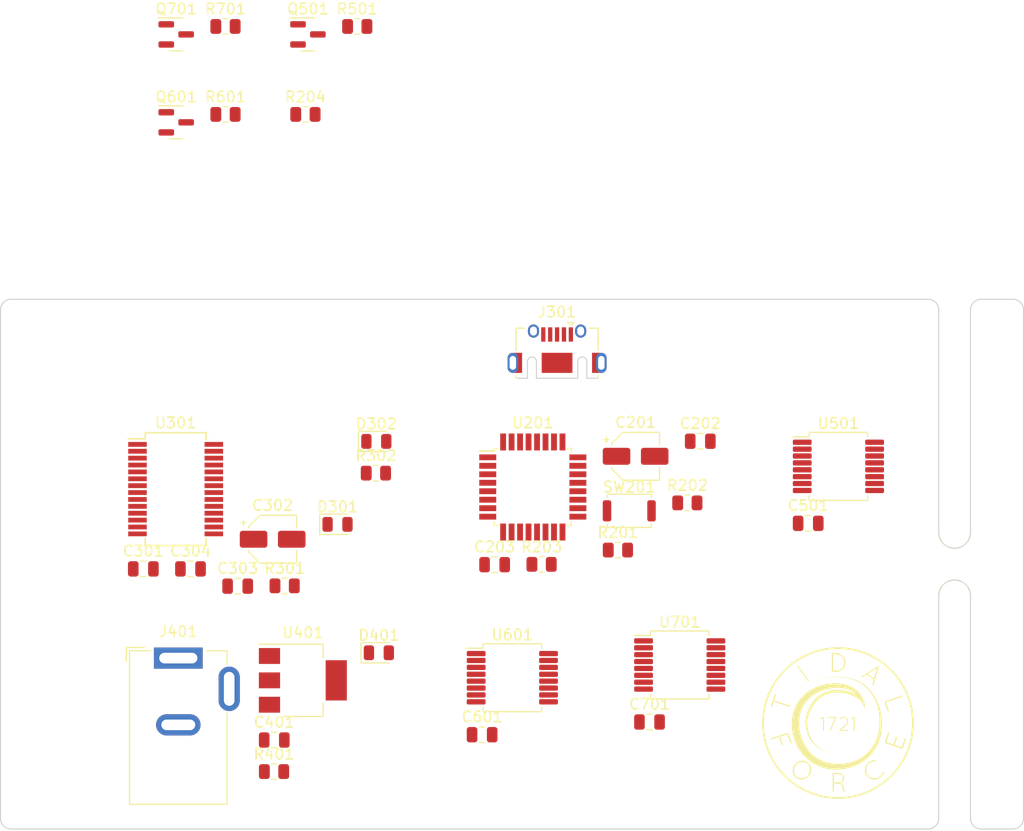
<source format=kicad_pcb>
(kicad_pcb (version 20211014) (generator pcbnew)
  (layers (0 "F.Cu" signal) (31 "B.Cu" signal) (34 "B.Paste" user) (35 "F.Paste" user) (36 "B.SilkS" user "B.Silkscreen") (37 "F.SilkS" user "F.Silkscreen") (38 "B.Mask" user) (39 "F.Mask" user) (44 "Edge.Cuts" user))
  (net 0 "")
  (net 1 "+5V")
  (net 2 "GND")
  (net 3 "Net-(C202-Pad1)")
  (net 4 "+3V3")
  (net 5 "VBUS")
  (net 6 "/MCU/RST")
  (net 7 "Net-(C304-Pad2)")
  (net 8 "Net-(D301-Pad1)")
  (net 9 "Net-(D302-Pad1)")
  (net 10 "Net-(D401-Pad2)")
  (net 11 "Net-(J301-Pad2)")
  (net 12 "Net-(J301-Pad3)")
  (net 13 "Net-(J401-Pad1)")
  (net 14 "Net-(R202-Pad1)")
  (net 15 "/MCU/RXD")
  (net 16 "Net-(R203-Pad1)")
  (net 17 "/MCU/TXD")
  (net 18 "Net-(R301-Pad1)")
  (net 19 "Net-(R302-Pad2)")
  (net 22 "Net-(U201-Pad7)")
  (net 23 "Net-(U201-Pad8)")
  (net 27 "/Display Card/SEG_A")
  (net 28 "/Display Card/SEG_A_LAMP")
  (net 29 "/Display Card1/SEG_A")
  (net 32 "/Display Card1/SEG_A_LAMP")
  (net 35 "/Display Card2/SEG_A")
  (net 36 "/Display Card2/SEG_A_LAMP")
  (net 37 "Net-(D201-Pad1)")
  (net 60 "/Display Card/DATA_OUT")
  (net 61 "/Display Card/CLOCK_IN")
  (net 62 "/Display Card/LATCH_IN")
  (net 63 "/Display Card/DATA_IN")
  (net 64 "Net-(U201-Pad17)")
  (net 72 "/Display Card1/DATA_OUT")
  (net 73 "/MCU/DAY_RESET")
  (net 81 "/Display Card2/DATA_OUT")
  (net 82 "/MCU/DAY_ADVANCE")
  (net 84 "/MCU/DAY_SUBTRACT")
  (footprint "Connector_BarrelJack:BarrelJack_GCT_DCJ200-10-A_Horizontal" (layer "F.Cu") (at 125.77 102.87)
    (fp_text reference "J401" (at 0 -2.5) (layer "F.SilkS"))
    (fp_text value "19V Input")
    (pad "1" thru_hole rect (at 0 0) (size 4.6 2) (drill oval 3.6 1) (layers *.Cu *.Mask) (net 13 "Net-(J401-Pad1)"))
    (pad "2" thru_hole oval (at 0 6.3) (size 4.2 2) (drill oval 3.2 1) (layers *.Cu *.Mask) (net 2 "GND"))
    (pad "3" thru_hole oval (at 4.8 2.9) (size 2 4.2) (drill oval 1 3.2) (layers *.Cu *.Mask))
  )
  (footprint "LED_SMD:LED_0805_2012Metric" (layer "F.Cu") (at 140.79 90.245)
    (fp_text reference "D301" (at 0 -1.65) (layer "F.SilkS"))
    (fp_text value "RX")
    (pad "1" smd roundrect (at -0.9375 0) (size 0.975 1.4) (layers "F.Cu" "F.Paste" "F.Mask") (net 8 "Net-(D301-Pad1)"))
    (pad "2" smd roundrect (at 0.9375 0) (size 0.975 1.4) (layers "F.Cu" "F.Paste" "F.Mask") (net 1 "+5V"))
  )
  (footprint "Connector_USB:USB_Micro-AB_Molex_47590-0001" (layer "F.Cu") (at 161.5 75)
    (fp_text reference "J301" (at 0 -4.8 -180) (layer "F.SilkS"))
    (fp_text value "USB_B_Micro")
    (fp_line (start 1.95 -0.125) (end 1.95 1.45) (layer "Edge.Cuts") (width 0.1))
    (fp_line (start 2.8 1.45) (end 3.75 1.45) (layer "Edge.Cuts") (width 0.1))
    (fp_line (start -2.8 -0.125) (end -2.8 1.45) (layer "Edge.Cuts") (width 0.1))
    (fp_line (start -1.95 1.45) (end 1.95 1.45) (layer "Edge.Cuts") (width 0.1))
    (fp_line (start -3.75 1.45) (end -2.8 1.45) (layer "Edge.Cuts") (width 0.1))
    (fp_line (start -1.95 -0.125) (end -1.95 1.45) (layer "Edge.Cuts") (width 0.1))
    (fp_line (start 2.8 -0.125) (end 2.8 1.45) (layer "Edge.Cuts") (width 0.1))
    (fp_arc (start 1.95 -0.125) (mid 2.375 -0.55) (end 2.8 -0.125) (layer "Edge.Cuts") (width 0.1))
    (fp_arc (start -2.8 -0.125) (mid -2.375 -0.55) (end -1.95 -0.125) (layer "Edge.Cuts") (width 0.1))
    (pad "1" smd rect (at 1.3 -2.675) (size 0.4 1.35) (layers "F.Cu" "F.Paste" "F.Mask") (net 5 "VBUS"))
    (pad "2" smd rect (at 0.65 -2.675) (size 0.4 1.35) (layers "F.Cu" "F.Paste" "F.Mask") (net 11 "Net-(J301-Pad2)"))
    (pad "3" smd rect (at 0 -2.675) (size 0.4 1.35) (layers "F.Cu" "F.Paste" "F.Mask") (net 12 "Net-(J301-Pad3)"))
    (pad "4" smd rect (at -0.65 -2.675) (size 0.4 1.35) (layers "F.Cu" "F.Paste" "F.Mask"))
    (pad "5" smd rect (at -1.3 -2.675) (size 0.4 1.35) (layers "F.Cu" "F.Paste" "F.Mask") (net 2 "GND"))
    (pad "6" thru_hole oval (at 4.175 0) (size 1 1.9) (drill oval 0.6 1.3) (layers *.Cu *.Mask) (net 2 "GND"))
    (pad "6" smd rect (at 0 0) (size 2.9 1.9) (layers "F.Cu" "F.Paste" "F.Mask") (net 2 "GND"))
    (pad "6" thru_hole oval (at 2.225 -3) (size 1.05 1.25) (drill oval 0.65 0.85) (layers *.Cu *.Mask) (net 2 "GND"))
    (pad "6" smd rect (at -3.7375 0) (size 0.875 1.9) (layers "F.Cu" "F.Mask") (net 2 "GND"))
    (pad "6" thru_hole oval (at -2.225 -3) (size 1.05 1.25) (drill oval 0.65 0.85) (layers *.Cu *.Mask) (net 2 "GND"))
    (pad "6" thru_hole oval (at -4.175 0) (size 1 1.9) (drill oval 0.6 1.3) (layers *.Cu *.Mask) (net 2 "GND"))
    (pad "6" smd rect (at 3.7375 0) (size 0.875 1.9) (layers "F.Cu" "F.Mask") (net 2 "GND"))
  )
  (footprint "KenwoodFox:SN74HC595" (layer "F.Cu") (at 157.28 104.72)
    (fp_text reference "U601" (at 0 -4.05) (layer "F.SilkS"))
    (fp_text value "SN74HC595")
    (pad "1" smd roundrect (at -3.4125 -2.275) (size 1.775 0.5) (layers "F.Cu" "F.Paste" "F.Mask"))
    (pad "2" smd roundrect (at -3.4125 -1.625) (size 1.775 0.5) (layers "F.Cu" "F.Paste" "F.Mask"))
    (pad "3" smd roundrect (at -3.4125 -0.975) (size 1.775 0.5) (layers "F.Cu" "F.Paste" "F.Mask"))
    (pad "4" smd roundrect (at -3.4125 -0.325) (size 1.775 0.5) (layers "F.Cu" "F.Paste" "F.Mask"))
    (pad "5" smd roundrect (at -3.4125 0.325) (size 1.775 0.5) (layers "F.Cu" "F.Paste" "F.Mask"))
    (pad "6" smd roundrect (at -3.4125 0.975) (size 1.775 0.5) (layers "F.Cu" "F.Paste" "F.Mask"))
    (pad "7" smd roundrect (at -3.4125 1.625) (size 1.775 0.5) (layers "F.Cu" "F.Paste" "F.Mask"))
    (pad "8" smd roundrect (at -3.4125 2.275) (size 1.775 0.5) (layers "F.Cu" "F.Paste" "F.Mask") (net 2 "GND"))
    (pad "9" smd roundrect (at 3.4125 2.275) (size 1.775 0.5) (layers "F.Cu" "F.Paste" "F.Mask") (net 72 "/Display Card1/DATA_OUT"))
    (pad "10" smd roundrect (at 3.4125 1.625) (size 1.775 0.5) (layers "F.Cu" "F.Paste" "F.Mask") (net 1 "+5V"))
    (pad "11" smd roundrect (at 3.4125 0.975) (size 1.775 0.5) (layers "F.Cu" "F.Paste" "F.Mask") (net 61 "/Display Card/CLOCK_IN"))
    (pad "12" smd roundrect (at 3.4125 0.325) (size 1.775 0.5) (layers "F.Cu" "F.Paste" "F.Mask") (net 62 "/Display Card/LATCH_IN"))
    (pad "13" smd roundrect (at 3.4125 -0.325) (size 1.775 0.5) (layers "F.Cu" "F.Paste" "F.Mask") (net 2 "GND"))
    (pad "14" smd roundrect (at 3.4125 -0.975) (size 1.775 0.5) (layers "F.Cu" "F.Paste" "F.Mask") (net 60 "/Display Card/DATA_OUT"))
    (pad "15" smd roundrect (at 3.4125 -1.625) (size 1.775 0.5) (layers "F.Cu" "F.Paste" "F.Mask") (net 29 "/Display Card1/SEG_A"))
    (pad "16" smd roundrect (at 3.4125 -2.275) (size 1.775 0.5) (layers "F.Cu" "F.Paste" "F.Mask") (net 1 "+5V"))
  )
  (footprint "Resistor_SMD:R_0805_2012Metric" (layer "F.Cu") (at 130.22 51.55)
    (fp_text reference "R601" (at 0 -1.65) (layer "F.SilkS"))
    (fp_text value "10K")
    (pad "1" smd roundrect (at -0.9125 0) (size 1.025 1.4) (layers "F.Cu" "F.Paste" "F.Mask") (roundrect_rratio 0.243902) (net 29 "/Display Card1/SEG_A"))
    (pad "2" smd roundrect (at 0.9125 0) (size 1.025 1.4) (layers "F.Cu" "F.Paste" "F.Mask") (roundrect_rratio 0.243902) (net 2 "GND"))
  )
  (footprint "Resistor_SMD:R_0805_2012Metric" (layer "F.Cu") (at 135.8 96.05)
    (fp_text reference "R301" (at 0 -1.65) (layer "F.SilkS"))
    (fp_text value "1K")
    (pad "1" smd roundrect (at -0.9125 0) (size 1.025 1.4) (layers "F.Cu" "F.Paste" "F.Mask") (roundrect_rratio 0.243902) (net 18 "Net-(R301-Pad1)"))
    (pad "2" smd roundrect (at 0.9125 0) (size 1.025 1.4) (layers "F.Cu" "F.Paste" "F.Mask") (roundrect_rratio 0.243902) (net 8 "Net-(D301-Pad1)"))
  )
  (footprint "Capacitor_SMD:CP_Elec_4x3" (layer "F.Cu") (at 134.67 91.65)
    (fp_text reference "C302" (at 0 -3.2) (layer "F.SilkS"))
    (fp_text value "4.7uf")
    (pad "1" smd roundrect (at -1.8 0) (size 2.6 1.6) (layers "F.Cu" "F.Paste" "F.Mask") (roundrect_rratio 0.15625) (net 5 "VBUS"))
    (pad "2" smd roundrect (at 1.8 0) (size 2.6 1.6) (layers "F.Cu" "F.Paste" "F.Mask") (roundrect_rratio 0.15625) (net 2 "GND"))
  )
  (footprint "Resistor_SMD:R_0805_2012Metric" (layer "F.Cu") (at 173.79 88.22)
    (fp_text reference "R202" (at 0 -1.65) (layer "F.SilkS"))
    (fp_text value "1K")
    (pad "1" smd roundrect (at -0.9125 0) (size 1.025 1.4) (layers "F.Cu" "F.Paste" "F.Mask") (roundrect_rratio 0.243902) (net 14 "Net-(R202-Pad1)"))
    (pad "2" smd roundrect (at 0.9125 0) (size 1.025 1.4) (layers "F.Cu" "F.Paste" "F.Mask") (roundrect_rratio 0.243902) (net 15 "/MCU/RXD"))
  )
  (footprint "Resistor_SMD:R_0805_2012Metric" (layer "F.Cu") (at 167.24 92.67)
    (fp_text reference "R201" (at 0 -1.65) (layer "F.SilkS"))
    (fp_text value "1K")
    (pad "1" smd roundrect (at -0.9125 0) (size 1.025 1.4) (layers "F.Cu" "F.Paste" "F.Mask") (roundrect_rratio 0.243902) (net 1 "+5V"))
    (pad "2" smd roundrect (at 0.9125 0) (size 1.025 1.4) (layers "F.Cu" "F.Paste" "F.Mask") (roundrect_rratio 0.243902) (net 6 "/MCU/RST"))
  )
  (footprint "Package_TO_SOT_SMD:SOT-23" (layer "F.Cu") (at 138 44)
    (fp_text reference "Q501" (at 0 -2.4) (layer "F.SilkS"))
    (fp_text value "MMBT3904")
    (pad "1" smd roundrect (at -0.9375 -0.95) (size 1.475 0.6) (layers "F.Cu" "F.Paste" "F.Mask") (net 27 "/Display Card/SEG_A"))
    (pad "2" smd roundrect (at -0.9375 0.95) (size 1.475 0.6) (layers "F.Cu" "F.Paste" "F.Mask") (net 2 "GND"))
    (pad "3" smd roundrect (at 0.9375 0) (size 1.475 0.6) (layers "F.Cu" "F.Paste" "F.Mask") (net 28 "/Display Card/SEG_A_LAMP"))
  )
  (footprint "Package_TO_SOT_SMD:SOT-23" (layer "F.Cu") (at 125.57 44)
    (fp_text reference "Q701" (at 0 -2.4) (layer "F.SilkS"))
    (fp_text value "MMBT3904")
    (pad "1" smd roundrect (at -0.9375 -0.95) (size 1.475 0.6) (layers "F.Cu" "F.Paste" "F.Mask") (net 35 "/Display Card2/SEG_A"))
    (pad "2" smd roundrect (at -0.9375 0.95) (size 1.475 0.6) (layers "F.Cu" "F.Paste" "F.Mask") (net 2 "GND"))
    (pad "3" smd roundrect (at 0.9375 0) (size 1.475 0.6) (layers "F.Cu" "F.Paste" "F.Mask") (net 36 "/Display Card2/SEG_A_LAMP"))
  )
  (footprint "KenwoodFox:SN74HC595" (layer "F.Cu") (at 173.07 103.52)
    (fp_text reference "U701" (at 0 -4.05) (layer "F.SilkS"))
    (fp_text value "SN74HC595")
    (pad "1" smd roundrect (at -3.4125 -2.275) (size 1.775 0.5) (layers "F.Cu" "F.Paste" "F.Mask"))
    (pad "2" smd roundrect (at -3.4125 -1.625) (size 1.775 0.5) (layers "F.Cu" "F.Paste" "F.Mask"))
    (pad "3" smd roundrect (at -3.4125 -0.975) (size 1.775 0.5) (layers "F.Cu" "F.Paste" "F.Mask"))
    (pad "4" smd roundrect (at -3.4125 -0.325) (size 1.775 0.5) (layers "F.Cu" "F.Paste" "F.Mask"))
    (pad "5" smd roundrect (at -3.4125 0.325) (size 1.775 0.5) (layers "F.Cu" "F.Paste" "F.Mask"))
    (pad "6" smd roundrect (at -3.4125 0.975) (size 1.775 0.5) (layers "F.Cu" "F.Paste" "F.Mask"))
    (pad "7" smd roundrect (at -3.4125 1.625) (size 1.775 0.5) (layers "F.Cu" "F.Paste" "F.Mask"))
    (pad "8" smd roundrect (at -3.4125 2.275) (size 1.775 0.5) (layers "F.Cu" "F.Paste" "F.Mask") (net 2 "GND"))
    (pad "9" smd roundrect (at 3.4125 2.275) (size 1.775 0.5) (layers "F.Cu" "F.Paste" "F.Mask") (net 81 "/Display Card2/DATA_OUT"))
    (pad "10" smd roundrect (at 3.4125 1.625) (size 1.775 0.5) (layers "F.Cu" "F.Paste" "F.Mask") (net 1 "+5V"))
    (pad "11" smd roundrect (at 3.4125 0.975) (size 1.775 0.5) (layers "F.Cu" "F.Paste" "F.Mask") (net 61 "/Display Card/CLOCK_IN"))
    (pad "12" smd roundrect (at 3.4125 0.325) (size 1.775 0.5) (layers "F.Cu" "F.Paste" "F.Mask") (net 62 "/Display Card/LATCH_IN"))
    (pad "13" smd roundrect (at 3.4125 -0.325) (size 1.775 0.5) (layers "F.Cu" "F.Paste" "F.Mask") (net 2 "GND"))
    (pad "14" smd roundrect (at 3.4125 -0.975) (size 1.775 0.5) (layers "F.Cu" "F.Paste" "F.Mask") (net 72 "/Display Card1/DATA_OUT"))
    (pad "15" smd roundrect (at 3.4125 -1.625) (size 1.775 0.5) (layers "F.Cu" "F.Paste" "F.Mask") (net 35 "/Display Card2/SEG_A"))
    (pad "16" smd roundrect (at 3.4125 -2.275) (size 1.775 0.5) (layers "F.Cu" "F.Paste" "F.Mask") (net 1 "+5V"))
  )
  (footprint "LED_SMD:LED_0805_2012Metric" (layer "F.Cu") (at 144.45 82.415)
    (fp_text reference "D302" (at 0 -1.65) (layer "F.SilkS"))
    (fp_text value "TX")
    (pad "1" smd roundrect (at -0.9375 0) (size 0.975 1.4) (layers "F.Cu" "F.Paste" "F.Mask") (net 9 "Net-(D302-Pad1)"))
    (pad "2" smd roundrect (at 0.9375 0) (size 0.975 1.4) (layers "F.Cu" "F.Paste" "F.Mask") (net 1 "+5V"))
  )
  (footprint "Capacitor_SMD:CP_Elec_4x3" (layer "F.Cu") (at 168.91 83.82)
    (fp_text reference "C201" (at 0 -3.2) (layer "F.SilkS"))
    (fp_text value "4.7uf")
    (pad "1" smd roundrect (at -1.8 0) (size 2.6 1.6) (layers "F.Cu" "F.Paste" "F.Mask") (roundrect_rratio 0.15625) (net 1 "+5V"))
    (pad "2" smd roundrect (at 1.8 0) (size 2.6 1.6) (layers "F.Cu" "F.Paste" "F.Mask") (roundrect_rratio 0.15625) (net 2 "GND"))
  )
  (footprint "Capacitor_SMD:C_0805_2012Metric" (layer "F.Cu") (at 185.19 90.15)
    (fp_text reference "C501" (at 0 -1.68) (layer "F.SilkS"))
    (fp_text value "10uF")
    (pad "1" smd roundrect (at -0.95 0) (size 1 1.45) (layers "F.Cu" "F.Paste" "F.Mask") (net 1 "+5V"))
    (pad "2" smd roundrect (at 0.95 0) (size 1 1.45) (layers "F.Cu" "F.Paste" "F.Mask") (net 2 "GND"))
  )
  (footprint "Package_QFP:TQFP-32_7x7mm_P0.8mm" (layer "F.Cu") (at 159.21 86.72)
    (fp_text reference "U201" (at 0 -6.05) (layer "F.SilkS"))
    (fp_text value "ATmega328P-A")
    (pad "1" smd rect (at -4.25 -2.8) (size 1.6 0.55) (layers "F.Cu" "F.Paste" "F.Mask"))
    (pad "2" smd rect (at -4.25 -2) (size 1.6 0.55) (layers "F.Cu" "F.Paste" "F.Mask"))
    (pad "3" smd rect (at -4.25 -1.2) (size 1.6 0.55) (layers "F.Cu" "F.Paste" "F.Mask") (net 2 "GND"))
    (pad "4" smd rect (at -4.25 -0.4) (size 1.6 0.55) (layers "F.Cu" "F.Paste" "F.Mask") (net 1 "+5V"))
    (pad "5" smd rect (at -4.25 0.4) (size 1.6 0.55) (layers "F.Cu" "F.Paste" "F.Mask") (net 2 "GND"))
    (pad "6" smd rect (at -4.25 1.2) (size 1.6 0.55) (layers "F.Cu" "F.Paste" "F.Mask") (net 1 "+5V"))
    (pad "7" smd rect (at -4.25 2) (size 1.6 0.55) (layers "F.Cu" "F.Paste" "F.Mask") (net 22 "Net-(U201-Pad7)"))
    (pad "8" smd rect (at -4.25 2.8) (size 1.6 0.55) (layers "F.Cu" "F.Paste" "F.Mask") (net 23 "Net-(U201-Pad8)"))
    (pad "9" smd rect (at -2.8 4.25 90) (size 1.6 0.55) (layers "F.Cu" "F.Paste" "F.Mask"))
    (pad "10" smd rect (at -2 4.25 90) (size 1.6 0.55) (layers "F.Cu" "F.Paste" "F.Mask"))
    (pad "11" smd rect (at -1.2 4.25 90) (size 1.6 0.55) (layers "F.Cu" "F.Paste" "F.Mask"))
    (pad "12" smd rect (at -0.4 4.25 90) (size 1.6 0.55) (layers "F.Cu" "F.Paste" "F.Mask") (net 63 "/Display Card/DATA_IN"))
    (pad "13" smd rect (at 0.4 4.25 90) (size 1.6 0.55) (layers "F.Cu" "F.Paste" "F.Mask") (net 61 "/Display Card/CLOCK_IN"))
    (pad "14" smd rect (at 1.2 4.25 90) (size 1.6 0.55) (layers "F.Cu" "F.Paste" "F.Mask") (net 62 "/Display Card/LATCH_IN"))
    (pad "15" smd rect (at 2 4.25 90) (size 1.6 0.55) (layers "F.Cu" "F.Paste" "F.Mask"))
    (pad "16" smd rect (at 2.8 4.25 90) (size 1.6 0.55) (layers "F.Cu" "F.Paste" "F.Mask"))
    (pad "17" smd rect (at 4.25 2.8) (size 1.6 0.55) (layers "F.Cu" "F.Paste" "F.Mask") (net 64 "Net-(U201-Pad17)"))
    (pad "18" smd rect (at 4.25 2) (size 1.6 0.55) (layers "F.Cu" "F.Paste" "F.Mask") (net 1 "+5V"))
    (pad "19" smd rect (at 4.25 1.2) (size 1.6 0.55) (layers "F.Cu" "F.Paste" "F.Mask"))
    (pad "20" smd rect (at 4.25 0.4) (size 1.6 0.55) (layers "F.Cu" "F.Paste" "F.Mask") (net 3 "Net-(C202-Pad1)"))
    (pad "21" smd rect (at 4.25 -0.4) (size 1.6 0.55) (layers "F.Cu" "F.Paste" "F.Mask") (net 2 "GND"))
    (pad "22" smd rect (at 4.25 -1.2) (size 1.6 0.55) (layers "F.Cu" "F.Paste" "F.Mask"))
    (pad "23" smd rect (at 4.25 -2) (size 1.6 0.55) (layers "F.Cu" "F.Paste" "F.Mask") (net 73 "/MCU/DAY_RESET"))
    (pad "24" smd rect (at 4.25 -2.8) (size 1.6 0.55) (layers "F.Cu" "F.Paste" "F.Mask") (net 82 "/MCU/DAY_ADVANCE"))
    (pad "25" smd rect (at 2.8 -4.25 90) (size 1.6 0.55) (layers "F.Cu" "F.Paste" "F.Mask") (net 84 "/MCU/DAY_SUBTRACT"))
    (pad "26" smd rect (at 2 -4.25 90) (size 1.6 0.55) (layers "F.Cu" "F.Paste" "F.Mask"))
    (pad "27" smd rect (at 1.2 -4.25 90) (size 1.6 0.55) (layers "F.Cu" "F.Paste" "F.Mask"))
    (pad "28" smd rect (at 0.4 -4.25 90) (size 1.6 0.55) (layers "F.Cu" "F.Paste" "F.Mask"))
    (pad "29" smd rect (at -0.4 -4.25 90) (size 1.6 0.55) (layers "F.Cu" "F.Paste" "F.Mask") (net 6 "/MCU/RST"))
    (pad "30" smd rect (at -1.2 -4.25 90) (size 1.6 0.55) (layers "F.Cu" "F.Paste" "F.Mask") (net 14 "Net-(R202-Pad1)"))
    (pad "31" smd rect (at -2 -4.25 90) (size 1.6 0.55) (layers "F.Cu" "F.Paste" "F.Mask") (net 16 "Net-(R203-Pad1)"))
    (pad "32" smd rect (at -2.8 -4.25 90) (size 1.6 0.55) (layers "F.Cu" "F.Paste" "F.Mask"))
  )
  (footprint "LED_SMD:LED_0805_2012Metric" (layer "F.Cu") (at 144.69 102.365)
    (fp_text reference "D401" (at 0 -1.65) (layer "F.SilkS"))
    (fp_text value "PWR")
    (pad "1" smd roundrect (at -0.9375 0) (size 0.975 1.4) (layers "F.Cu" "F.Paste" "F.Mask") (net 2 "GND"))
    (pad "2" smd roundrect (at 0.9375 0) (size 0.975 1.4) (layers "F.Cu" "F.Paste" "F.Mask") (net 10 "Net-(D401-Pad2)"))
  )
  (footprint "Package_SO:SSOP-28_5.3x10.2mm_P0.65mm" (layer "F.Cu") (at 125.52 86.92)
    (fp_text reference "U301" (at 0 -6.25) (layer "F.SilkS"))
    (fp_text value "FT232RL")
    (pad "1" smd rect (at -3.6 -4.225) (size 1.75 0.45) (layers "F.Cu" "F.Paste" "F.Mask") (net 15 "/MCU/RXD"))
    (pad "2" smd rect (at -3.6 -3.575) (size 1.75 0.45) (layers "F.Cu" "F.Paste" "F.Mask") (net 7 "Net-(C304-Pad2)"))
    (pad "3" smd rect (at -3.6 -2.925) (size 1.75 0.45) (layers "F.Cu" "F.Paste" "F.Mask"))
    (pad "4" smd rect (at -3.6 -2.275) (size 1.75 0.45) (layers "F.Cu" "F.Paste" "F.Mask") (net 1 "+5V"))
    (pad "5" smd rect (at -3.6 -1.625) (size 1.75 0.45) (layers "F.Cu" "F.Paste" "F.Mask") (net 17 "/MCU/TXD"))
    (pad "6" smd rect (at -3.6 -0.975) (size 1.75 0.45) (layers "F.Cu" "F.Paste" "F.Mask"))
    (pad "7" smd rect (at -3.6 -0.325) (size 1.75 0.45) (layers "F.Cu" "F.Paste" "F.Mask") (net 2 "GND"))
    (pad "8" smd rect (at -3.6 0.325) (size 1.75 0.45) (layers "F.Cu" "F.Paste" "F.Mask"))
    (pad "9" smd rect (at -3.6 0.975) (size 1.75 0.45) (layers "F.Cu" "F.Paste" "F.Mask"))
    (pad "10" smd rect (at -3.6 1.625) (size 1.75 0.45) (layers "F.Cu" "F.Paste" "F.Mask"))
    (pad "11" smd rect (at -3.6 2.275) (size 1.75 0.45) (layers "F.Cu" "F.Paste" "F.Mask"))
    (pad "12" smd rect (at -3.6 2.925) (size 1.75 0.45) (layers "F.Cu" "F.Paste" "F.Mask"))
    (pad "13" smd rect (at -3.6 3.575) (size 1.75 0.45) (layers "F.Cu" "F.Paste" "F.Mask"))
    (pad "14" smd rect (at -3.6 4.225) (size 1.75 0.45) (layers "F.Cu" "F.Paste" "F.Mask"))
    (pad "15" smd rect (at 3.6 4.225) (size 1.75 0.45) (layers "F.Cu" "F.Paste" "F.Mask") (net 12 "Net-(J301-Pad3)"))
    (pad "16" smd rect (at 3.6 3.575) (size 1.75 0.45) (layers "F.Cu" "F.Paste" "F.Mask") (net 11 "Net-(J301-Pad2)"))
    (pad "17" smd rect (at 3.6 2.925) (size 1.75 0.45) (layers "F.Cu" "F.Paste" "F.Mask") (net 4 "+3V3"))
    (pad "18" smd rect (at 3.6 2.275) (size 1.75 0.45) (layers "F.Cu" "F.Paste" "F.Mask") (net 2 "GND"))
    (pad "19" smd rect (at 3.6 1.625) (size 1.75 0.45) (layers "F.Cu" "F.Paste" "F.Mask"))
    (pad "20" smd rect (at 3.6 0.975) (size 1.75 0.45) (layers "F.Cu" "F.Paste" "F.Mask") (net 1 "+5V"))
    (pad "21" smd rect (at 3.6 0.325) (size 1.75 0.45) (layers "F.Cu" "F.Paste" "F.Mask") (net 2 "GND"))
    (pad "22" smd rect (at 3.6 -0.325) (size 1.75 0.45) (layers "F.Cu" "F.Paste" "F.Mask") (net 19 "Net-(R302-Pad2)"))
    (pad "23" smd rect (at 3.6 -0.975) (size 1.75 0.45) (layers "F.Cu" "F.Paste" "F.Mask") (net 18 "Net-(R301-Pad1)"))
    (pad "24" smd rect (at 3.6 -1.625) (size 1.75 0.45) (layers "F.Cu" "F.Paste" "F.Mask"))
    (pad "25" smd rect (at 3.6 -2.275) (size 1.75 0.45) (layers "F.Cu" "F.Paste" "F.Mask") (net 2 "GND"))
    (pad "26" smd rect (at 3.6 -2.925) (size 1.75 0.45) (layers "F.Cu" "F.Paste" "F.Mask") (net 2 "GND"))
    (pad "27" smd rect (at 3.6 -3.575) (size 1.75 0.45) (layers "F.Cu" "F.Paste" "F.Mask"))
    (pad "28" smd rect (at 3.6 -4.225) (size 1.75 0.45) (layers "F.Cu" "F.Paste" "F.Mask"))
  )
  (footprint "Resistor_SMD:R_0805_2012Metric" (layer "F.Cu") (at 137.76 51.55)
    (fp_text reference "R204" (at 0 -1.65) (layer "F.SilkS"))
    (fp_text value "1K")
    (pad "1" smd roundrect (at -0.9125 0) (size 1.025 1.4) (layers "F.Cu" "F.Paste" "F.Mask") (roundrect_rratio 0.243902) (net 2 "GND"))
    (pad "2" smd roundrect (at 0.9125 0) (size 1.025 1.4) (layers "F.Cu" "F.Paste" "F.Mask") (roundrect_rratio 0.243902) (net 37 "Net-(D201-Pad1)"))
  )
  (footprint "Resistor_SMD:R_0805_2012Metric" (layer "F.Cu") (at 130.22 43.25)
    (fp_text reference "R701" (at 0 -1.65) (layer "F.SilkS"))
    (fp_text value "10K")
    (pad "1" smd roundrect (at -0.9125 0) (size 1.025 1.4) (layers "F.Cu" "F.Paste" "F.Mask") (roundrect_rratio 0.243902) (net 35 "/Display Card2/SEG_A"))
    (pad "2" smd roundrect (at 0.9125 0) (size 1.025 1.4) (layers "F.Cu" "F.Paste" "F.Mask") (roundrect_rratio 0.243902) (net 2 "GND"))
  )
  (footprint "Capacitor_SMD:C_0805_2012Metric" (layer "F.Cu") (at 175.01 82.4)
    (fp_text reference "C202" (at 0 -1.68) (layer "F.SilkS"))
    (fp_text value "100nf")
    (pad "1" smd roundrect (at -0.95 0) (size 1 1.45) (layers "F.Cu" "F.Paste" "F.Mask") (net 3 "Net-(C202-Pad1)"))
    (pad "2" smd roundrect (at 0.95 0) (size 1 1.45) (layers "F.Cu" "F.Paste" "F.Mask") (net 2 "GND"))
  )
  (footprint "Package_TO_SOT_SMD:SOT-223" (layer "F.Cu") (at 137.52 104.97)
    (fp_text reference "U401" (at 0 -4.5) (layer "F.SilkS"))
    (fp_text value "LM1117-5.0")
    (pad "1" smd rect (at -3.15 -2.3) (size 2 1.5) (layers "F.Cu" "F.Paste" "F.Mask") (net 2 "GND"))
    (pad "2" smd rect (at -3.15 0) (size 2 1.5) (layers "F.Cu" "F.Paste" "F.Mask") (net 1 "+5V"))
    (pad "3" smd rect (at -3.15 2.3) (size 2 1.5) (layers "F.Cu" "F.Paste" "F.Mask") (net 13 "Net-(J401-Pad1)"))
    (pad "4" smd rect (at 3.15 0) (size 2 3.8) (layers "F.Cu" "F.Paste" "F.Mask"))
  )
  (footprint "Resistor_SMD:R_0805_2012Metric" (layer "F.Cu") (at 160.04 94.02)
    (fp_text reference "R203" (at 0 -1.65) (layer "F.SilkS"))
    (fp_text value "1K")
    (pad "1" smd roundrect (at -0.9125 0) (size 1.025 1.4) (layers "F.Cu" "F.Paste" "F.Mask") (roundrect_rratio 0.243902) (net 16 "Net-(R203-Pad1)"))
    (pad "2" smd roundrect (at 0.9125 0) (size 1.025 1.4) (layers "F.Cu" "F.Paste" "F.Mask") (roundrect_rratio 0.243902) (net 17 "/MCU/TXD"))
  )
  (footprint "Capacitor_SMD:C_0805_2012Metric" (layer "F.Cu") (at 155.61 94.05)
    (fp_text reference "C203" (at 0 -1.68) (layer "F.SilkS"))
    (fp_text value "100nf")
    (pad "1" smd roundrect (at -0.95 0) (size 1 1.45) (layers "F.Cu" "F.Paste" "F.Mask") (net 1 "+5V"))
    (pad "2" smd roundrect (at 0.95 0) (size 1 1.45) (layers "F.Cu" "F.Paste" "F.Mask") (net 2 "GND"))
  )
  (footprint "Capacitor_SMD:C_0805_2012Metric" (layer "F.Cu") (at 126.92 94.45)
    (fp_text reference "C304" (at 0 -1.68) (layer "F.SilkS"))
    (fp_text value "100nF")
    (pad "1" smd roundrect (at -0.95 0) (size 1 1.45) (layers "F.Cu" "F.Paste" "F.Mask") (net 6 "/MCU/RST"))
    (pad "2" smd roundrect (at 0.95 0) (size 1 1.45) (layers "F.Cu" "F.Paste" "F.Mask") (net 7 "Net-(C304-Pad2)"))
  )
  (footprint "Button_Switch_SMD:SW_Push_SPST_NO_Alps_SKRK" (layer "F.Cu") (at 168.31 88.97)
    (fp_text reference "SW201" (at 0 -2.25) (layer "F.SilkS"))
    (fp_text value "RESET")
    (pad "1" smd roundrect (at -2.1 0) (size 0.8 2) (layers "F.Cu" "F.Paste" "F.Mask") (net 6 "/MCU/RST"))
    (pad "2" smd roundrect (at 2.1 0) (size 0.8 2) (layers "F.Cu" "F.Paste" "F.Mask") (net 2 "GND"))
  )
  (footprint "Capacitor_SMD:C_0805_2012Metric" (layer "F.Cu") (at 170.22 108.9)
    (fp_text reference "C701" (at 0 -1.68) (layer "F.SilkS"))
    (fp_text value "10uF")
    (pad "1" smd roundrect (at -0.95 0) (size 1 1.45) (layers "F.Cu" "F.Paste" "F.Mask") (net 1 "+5V"))
    (pad "2" smd roundrect (at 0.95 0) (size 1 1.45) (layers "F.Cu" "F.Paste" "F.Mask") (net 2 "GND"))
  )
  (footprint "Panelization:mouse-bite-3mm-slot" (layer "F.Cu") (at 199 94 90)
    (fp_text reference "mouse-bite-3mm-slot" hide)
    (fp_text value "VAL**" hide)
    (pad "" np_thru_hole circle locked (at 0.75 1.5 90) (size 0.5 0.5) (drill 0.5) (layers *.Cu *.Mask))
    (pad "" np_thru_hole circle locked (at -1.512 1.5 90) (size 0.5 0.5) (drill 0.5) (layers *.Cu *.Mask))
    (pad "" np_thru_hole circle locked (at -0.762 1.5 90) (size 0.5 0.5) (drill 0.5) (layers *.Cu *.Mask))
    (pad "" np_thru_hole circle locked (at 1.524 1.5 90) (size 0.5 0.5) (drill 0.5) (layers *.Cu *.Mask))
    (pad "" np_thru_hole circle locked (at -1.512 -1.5 90) (size 0.5 0.5) (drill 0.5) (layers *.Cu *.Mask))
    (pad "" np_thru_hole circle locked (at 1.524 -1.5 90) (size 0.5 0.5) (drill 0.5) (layers *.Cu *.Mask))
    (pad "" np_thru_hole circle locked (at 0 1.5 90) (size 0.5 0.5) (drill 0.5) (layers *.Cu *.Mask))
    (pad "" np_thru_hole circle locked (at 0.75 -1.5 90) (size 0.5 0.5) (drill 0.5) (layers *.Cu *.Mask))
    (pad "" np_thru_hole circle locked (at 0 -1.5 90) (size 0.5 0.5) (drill 0.5) (layers *.Cu *.Mask))
    (pad "" np_thru_hole circle locked (at -0.75 -1.5 90) (size 0.5 0.5) (drill 0.5) (layers *.Cu *.Mask))
  )
  (footprint "KenwoodFox:TIDAL_FORCE_LOGO" (layer "F.Cu") (at 188 109)
    (fp_text reference "G***" hide)
    (fp_text value "LOGO" hide)
  )
  (footprint "Capacitor_SMD:C_0805_2012Metric" (layer "F.Cu") (at 131.37 96.08)
    (fp_text reference "C303" (at 0 -1.68) (layer "F.SilkS"))
    (fp_text value "100nf")
    (pad "1" smd roundrect (at -0.95 0) (size 1 1.45) (layers "F.Cu" "F.Paste" "F.Mask") (net 5 "VBUS"))
    (pad "2" smd roundrect (at 0.95 0) (size 1 1.45) (layers "F.Cu" "F.Paste" "F.Mask") (net 2 "GND"))
  )
  (footprint "Capacitor_SMD:C_0805_2012Metric" (layer "F.Cu") (at 122.47 94.45)
    (fp_text reference "C301" (at 0 -1.68) (layer "F.SilkS"))
    (fp_text value "100nF")
    (pad "1" smd roundrect (at -0.95 0) (size 1 1.45) (layers "F.Cu" "F.Paste" "F.Mask") (net 4 "+3V3"))
    (pad "2" smd roundrect (at 0.95 0) (size 1 1.45) (layers "F.Cu" "F.Paste" "F.Mask") (net 2 "GND"))
  )
  (footprint "Resistor_SMD:R_0805_2012Metric" (layer "F.Cu") (at 134.8 113.58)
    (fp_text reference "R401" (at 0 -1.65) (layer "F.SilkS"))
    (fp_text value "1K")
    (pad "1" smd roundrect (at -0.9125 0) (size 1.025 1.4) (layers "F.Cu" "F.Paste" "F.Mask") (roundrect_rratio 0.243902) (net 1 "+5V"))
    (pad "2" smd roundrect (at 0.9125 0) (size 1.025 1.4) (layers "F.Cu" "F.Paste" "F.Mask") (roundrect_rratio 0.243902) (net 10 "Net-(D401-Pad2)"))
  )
  (footprint "Capacitor_SMD:C_0805_2012Metric" (layer "F.Cu") (at 134.82 110.6)
    (fp_text reference "C401" (at 0 -1.68) (layer "F.SilkS"))
    (fp_text value "100nF")
    (pad "1" smd roundrect (at -0.95 0) (size 1 1.45) (layers "F.Cu" "F.Paste" "F.Mask") (net 1 "+5V"))
    (pad "2" smd roundrect (at 0.95 0) (size 1 1.45) (layers "F.Cu" "F.Paste" "F.Mask") (net 2 "GND"))
  )
  (footprint "KenwoodFox:SN74HC595" (layer "F.Cu") (at 188.04 84.77)
    (fp_text reference "U501" (at 0 -4.05) (layer "F.SilkS"))
    (fp_text value "SN74HC595")
    (pad "1" smd roundrect (at -3.4125 -2.275) (size 1.775 0.5) (layers "F.Cu" "F.Paste" "F.Mask"))
    (pad "2" smd roundrect (at -3.4125 -1.625) (size 1.775 0.5) (layers "F.Cu" "F.Paste" "F.Mask"))
    (pad "3" smd roundrect (at -3.4125 -0.975) (size 1.775 0.5) (layers "F.Cu" "F.Paste" "F.Mask"))
    (pad "4" smd roundrect (at -3.4125 -0.325) (size 1.775 0.5) (layers "F.Cu" "F.Paste" "F.Mask"))
    (pad "5" smd roundrect (at -3.4125 0.325) (size 1.775 0.5) (layers "F.Cu" "F.Paste" "F.Mask"))
    (pad "6" smd roundrect (at -3.4125 0.975) (size 1.775 0.5) (layers "F.Cu" "F.Paste" "F.Mask"))
    (pad "7" smd roundrect (at -3.4125 1.625) (size 1.775 0.5) (layers "F.Cu" "F.Paste" "F.Mask"))
    (pad "8" smd roundrect (at -3.4125 2.275) (size 1.775 0.5) (layers "F.Cu" "F.Paste" "F.Mask") (net 2 "GND"))
    (pad "9" smd roundrect (at 3.4125 2.275) (size 1.775 0.5) (layers "F.Cu" "F.Paste" "F.Mask") (net 60 "/Display Card/DATA_OUT"))
    (pad "10" smd roundrect (at 3.4125 1.625) (size 1.775 0.5) (layers "F.Cu" "F.Paste" "F.Mask") (net 1 "+5V"))
    (pad "11" smd roundrect (at 3.4125 0.975) (size 1.775 0.5) (layers "F.Cu" "F.Paste" "F.Mask") (net 61 "/Display Card/CLOCK_IN"))
    (pad "12" smd roundrect (at 3.4125 0.325) (size 1.775 0.5) (layers "F.Cu" "F.Paste" "F.Mask") (net 62 "/Display Card/LATCH_IN"))
    (pad "13" smd roundrect (at 3.4125 -0.325) (size 1.775 0.5) (layers "F.Cu" "F.Paste" "F.Mask") (net 2 "GND"))
    (pad "14" smd roundrect (at 3.4125 -0.975) (size 1.775 0.5) (layers "F.Cu" "F.Paste" "F.Mask") (net 63 "/Display Card/DATA_IN"))
    (pad "15" smd roundrect (at 3.4125 -1.625) (size 1.775 0.5) (layers "F.Cu" "F.Paste" "F.Mask") (net 27 "/Display Card/SEG_A"))
    (pad "16" smd roundrect (at 3.4125 -2.275) (size 1.775 0.5) (layers "F.Cu" "F.Paste" "F.Mask") (net 1 "+5V"))
  )
  (footprint "Resistor_SMD:R_0805_2012Metric" (layer "F.Cu") (at 142.65 43.25)
    (fp_text reference "R501" (at 0 -1.65) (layer "F.SilkS"))
    (fp_text value "10K")
    (pad "1" smd roundrect (at -0.9125 0) (size 1.025 1.4) (layers "F.Cu" "F.Paste" "F.Mask") (roundrect_rratio 0.243902) (net 27 "/Display Card/SEG_A"))
    (pad "2" smd roundrect (at 0.9125 0) (size 1.025 1.4) (layers "F.Cu" "F.Paste" "F.Mask") (roundrect_rratio 0.243902) (net 2 "GND"))
  )
  (footprint "Resistor_SMD:R_0805_2012Metric" (layer "F.Cu") (at 144.41 85.41)
    (fp_text reference "R302" (at 0 -1.65) (layer "F.SilkS"))
    (fp_text value "1K")
    (pad "1" smd roundrect (at -0.9125 0) (size 1.025 1.4) (layers "F.Cu" "F.Paste" "F.Mask") (roundrect_rratio 0.243902) (net 9 "Net-(D302-Pad1)"))
    (pad "2" smd roundrect (at 0.9125 0) (size 1.025 1.4) (layers "F.Cu" "F.Paste" "F.Mask") (roundrect_rratio 0.243902) (net 19 "Net-(R302-Pad2)"))
  )
  (footprint "Capacitor_SMD:C_0805_2012Metric" (layer "F.Cu") (at 154.43 110.1)
    (fp_text reference "C601" (at 0 -1.68) (layer "F.SilkS"))
    (fp_text value "10uF")
    (pad "1" smd roundrect (at -0.95 0) (size 1 1.45) (layers "F.Cu" "F.Paste" "F.Mask") (net 1 "+5V"))
    (pad "2" smd roundrect (at 0.95 0) (size 1 1.45) (layers "F.Cu" "F.Paste" "F.Mask") (net 2 "GND"))
  )
  (footprint "Package_TO_SOT_SMD:SOT-23" (layer "F.Cu") (at 125.57 52.3)
    (fp_text reference "Q601" (at 0 -2.4) (layer "F.SilkS"))
    (fp_text value "MMBT3904")
    (pad "1" smd roundrect (at -0.9375 -0.95) (size 1.475 0.6) (layers "F.Cu" "F.Paste" "F.Mask") (net 29 "/Display Card1/SEG_A"))
    (pad "2" smd roundrect (at -0.9375 0.95) (size 1.475 0.6) (layers "F.Cu" "F.Paste" "F.Mask") (net 2 "GND"))
    (pad "3" smd roundrect (at 0.9375 0) (size 1.475 0.6) (layers "F.Cu" "F.Paste" "F.Mask") (net 32 "/Display Card1/SEG_A_LAMP"))
  )
  (gr_line (start 205.5 70) (end 205.5 118) (layer "Edge.Cuts") (width 0.1))
  (gr_arc (start 205.5 118) (mid 205.207107 118.707107) (end 204.5 119) (layer "Edge.Cuts") (width 0.1))
  (gr_line (start 197.5 70) (end 197.5 91) (layer "Edge.Cuts") (width 0.1))
  (gr_arc (start 110 119) (mid 109.292893 118.707107) (end 109 118) (layer "Edge.Cuts") (width 0.1))
  (gr_arc (start 201.5 119) (mid 200.792893 118.707107) (end 200.5 118) (layer "Edge.Cuts") (width 0.1))
  (gr_line (start 200.5 118) (end 200.5 97) (layer "Edge.Cuts") (width 0.1))
  (gr_arc (start 204.5 69) (mid 205.207107 69.292893) (end 205.5 70) (layer "Edge.Cuts") (width 0.1))
  (gr_arc (start 109 70) (mid 109.292893 69.292893) (end 110 69) (layer "Edge.Cuts") (width 0.1))
  (gr_line (start 200.5 91) (end 200.5 70) (layer "Edge.Cuts") (width 0.1))
  (gr_line (start 196.5 119) (end 110 119) (layer "Edge.Cuts") (width 0.1))
  (gr_arc (start 196.5 69) (mid 197.207107 69.292893) (end 197.5 70) (layer "Edge.Cuts") (width 0.1))
  (gr_arc (start 200.5 70) (mid 200.792893 69.292893) (end 201.5 69) (layer "Edge.Cuts") (width 0.1))
  (gr_line (start 197.5 97) (end 197.5 118) (layer "Edge.Cuts") (width 0.1))
  (gr_arc (start 197.5 97) (mid 199 95.5) (end 200.5 97) (layer "Edge.Cuts") (width 0.1))
  (gr_line (start 204.5 69) (end 201.5 69) (layer "Edge.Cuts") (width 0.1))
  (gr_line (start 109 118) (end 109 70) (layer "Edge.Cuts") (width 0.1))
  (gr_line (start 201.5 119) (end 204.5 119) (layer "Edge.Cuts") (width 0.1))
  (gr_arc (start 200.5 91) (mid 199 92.5) (end 197.5 91) (layer "Edge.Cuts") (width 0.1))
  (gr_line (start 196.5 69) (end 110 69) (layer "Edge.Cuts") (width 0.1))
  (gr_arc (start 197.5 118) (mid 197.207107 118.707107) (end 196.5 119) (layer "Edge.Cuts") (width 0.1))
)
</source>
